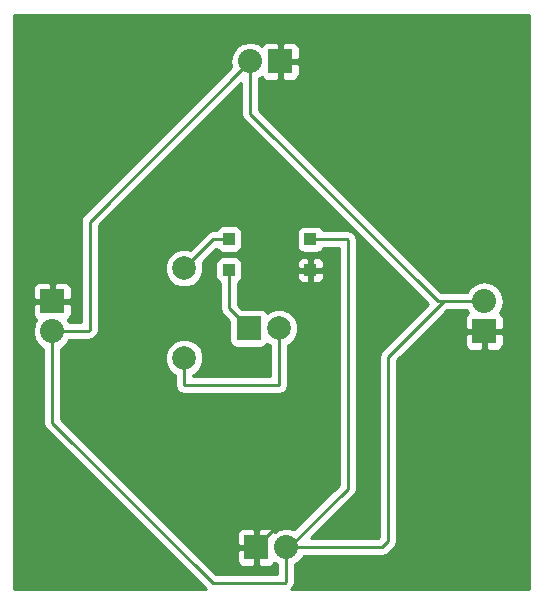
<source format=gbr>
G04 #@! TF.GenerationSoftware,KiCad,Pcbnew,no-vcs-found-7391~56~ubuntu16.04.1*
G04 #@! TF.CreationDate,2016-12-09T19:04:11+09:00*
G04 #@! TF.ProjectId,magnetic_led_cube,6D61676E657469635F6C65645F637562,rev?*
G04 #@! TF.FileFunction,Copper,L1,Top,Signal*
G04 #@! TF.FilePolarity,Positive*
%FSLAX46Y46*%
G04 Gerber Fmt 4.6, Leading zero omitted, Abs format (unit mm)*
G04 Created by KiCad (PCBNEW no-vcs-found-7391~56~ubuntu16.04.1) date Fri Dec  9 19:04:11 2016*
%MOMM*%
%LPD*%
G01*
G04 APERTURE LIST*
%ADD10C,0.100000*%
%ADD11C,1.998980*%
%ADD12C,2.000000*%
%ADD13R,2.000000X2.000000*%
%ADD14O,2.032000X2.032000*%
%ADD15R,2.032000X2.032000*%
%ADD16R,1.000000X1.000000*%
%ADD17C,0.250000*%
%ADD18C,0.254000*%
G04 APERTURE END LIST*
D10*
D11*
X100076000Y-94742000D03*
X100076000Y-87122000D03*
D12*
X108077000Y-92202000D03*
D13*
X105537000Y-92202000D03*
D14*
X125476000Y-89916000D03*
D15*
X125476000Y-92456000D03*
X106172000Y-110744000D03*
D14*
X108712000Y-110744000D03*
X88900000Y-92456000D03*
D15*
X88900000Y-89916000D03*
X108204000Y-69596000D03*
D14*
X105664000Y-69596000D03*
D16*
X103865000Y-84649000D03*
X103865000Y-87279000D03*
X110765000Y-84679000D03*
X110765000Y-87279000D03*
D17*
X100076000Y-94742000D02*
X100076000Y-97028000D01*
X108077000Y-97028000D02*
X108077000Y-92202000D01*
X100076000Y-97028000D02*
X108077000Y-97028000D01*
X103865000Y-87279000D02*
X103865000Y-90530000D01*
X103865000Y-90530000D02*
X105537000Y-92202000D01*
X88900000Y-92456000D02*
X91948000Y-92456000D01*
X92075000Y-83185000D02*
X105664000Y-69596000D01*
X92075000Y-92329000D02*
X92075000Y-83185000D01*
X91948000Y-92456000D02*
X92075000Y-92329000D01*
X108712000Y-110744000D02*
X108712000Y-113665000D01*
X88900000Y-100203000D02*
X88900000Y-92456000D01*
X102489000Y-113792000D02*
X88900000Y-100203000D01*
X108585000Y-113792000D02*
X102489000Y-113792000D01*
X108712000Y-113665000D02*
X108585000Y-113792000D01*
X125476000Y-89916000D02*
X122047000Y-89916000D01*
X116840000Y-110744000D02*
X108712000Y-110744000D01*
X117348000Y-110236000D02*
X116840000Y-110744000D01*
X117348000Y-94615000D02*
X117348000Y-110236000D01*
X122047000Y-89916000D02*
X117348000Y-94615000D01*
X105664000Y-69596000D02*
X105664000Y-74041000D01*
X105664000Y-74041000D02*
X121539000Y-89916000D01*
X121539000Y-89916000D02*
X125476000Y-89916000D01*
X108712000Y-110744000D02*
X108966000Y-110744000D01*
X108966000Y-110744000D02*
X113919000Y-105791000D01*
X113889000Y-84679000D02*
X110765000Y-84679000D01*
X113919000Y-84709000D02*
X113889000Y-84679000D01*
X113919000Y-105791000D02*
X113919000Y-84709000D01*
X125476000Y-89916000D02*
X125476000Y-89408000D01*
X110765000Y-87279000D02*
X110765000Y-106151000D01*
X110765000Y-106151000D02*
X106172000Y-110744000D01*
X103865000Y-84649000D02*
X102549000Y-84649000D01*
X102549000Y-84649000D02*
X100076000Y-87122000D01*
D18*
G36*
X129290000Y-114290000D02*
X109161802Y-114290000D01*
X109249401Y-114202401D01*
X109414148Y-113955839D01*
X109472000Y-113665000D01*
X109472000Y-112205283D01*
X109911778Y-111911433D01*
X110184016Y-111504000D01*
X116840000Y-111504000D01*
X117130839Y-111446148D01*
X117377401Y-111281401D01*
X117885401Y-110773401D01*
X117905046Y-110744000D01*
X118050148Y-110526839D01*
X118108000Y-110236000D01*
X118108000Y-94929802D01*
X120296052Y-92741750D01*
X123825000Y-92741750D01*
X123825000Y-93598309D01*
X123921673Y-93831698D01*
X124100301Y-94010327D01*
X124333690Y-94107000D01*
X125190250Y-94107000D01*
X125349000Y-93948250D01*
X125349000Y-92583000D01*
X125603000Y-92583000D01*
X125603000Y-93948250D01*
X125761750Y-94107000D01*
X126618310Y-94107000D01*
X126851699Y-94010327D01*
X127030327Y-93831698D01*
X127127000Y-93598309D01*
X127127000Y-92741750D01*
X126968250Y-92583000D01*
X125603000Y-92583000D01*
X125349000Y-92583000D01*
X123983750Y-92583000D01*
X123825000Y-92741750D01*
X120296052Y-92741750D01*
X122361802Y-90676000D01*
X124014717Y-90676000D01*
X124151372Y-90880519D01*
X124100301Y-90901673D01*
X123921673Y-91080302D01*
X123825000Y-91313691D01*
X123825000Y-92170250D01*
X123983750Y-92329000D01*
X125349000Y-92329000D01*
X125349000Y-92309000D01*
X125603000Y-92309000D01*
X125603000Y-92329000D01*
X126968250Y-92329000D01*
X127127000Y-92170250D01*
X127127000Y-91313691D01*
X127030327Y-91080302D01*
X126851699Y-90901673D01*
X126800628Y-90880519D01*
X127001325Y-90580155D01*
X127127000Y-89948345D01*
X127127000Y-89883655D01*
X127001325Y-89251845D01*
X126643433Y-88716222D01*
X126107810Y-88358330D01*
X125476000Y-88232655D01*
X124844190Y-88358330D01*
X124308567Y-88716222D01*
X124014717Y-89156000D01*
X121853802Y-89156000D01*
X106424000Y-73726198D01*
X106424000Y-71057283D01*
X106628519Y-70920628D01*
X106649673Y-70971699D01*
X106828302Y-71150327D01*
X107061691Y-71247000D01*
X107918250Y-71247000D01*
X108077000Y-71088250D01*
X108077000Y-69723000D01*
X108331000Y-69723000D01*
X108331000Y-71088250D01*
X108489750Y-71247000D01*
X109346309Y-71247000D01*
X109579698Y-71150327D01*
X109758327Y-70971699D01*
X109855000Y-70738310D01*
X109855000Y-69881750D01*
X109696250Y-69723000D01*
X108331000Y-69723000D01*
X108077000Y-69723000D01*
X108057000Y-69723000D01*
X108057000Y-69469000D01*
X108077000Y-69469000D01*
X108077000Y-68103750D01*
X108331000Y-68103750D01*
X108331000Y-69469000D01*
X109696250Y-69469000D01*
X109855000Y-69310250D01*
X109855000Y-68453690D01*
X109758327Y-68220301D01*
X109579698Y-68041673D01*
X109346309Y-67945000D01*
X108489750Y-67945000D01*
X108331000Y-68103750D01*
X108077000Y-68103750D01*
X107918250Y-67945000D01*
X107061691Y-67945000D01*
X106828302Y-68041673D01*
X106649673Y-68220301D01*
X106628519Y-68271372D01*
X106328155Y-68070675D01*
X105696345Y-67945000D01*
X105631655Y-67945000D01*
X104999845Y-68070675D01*
X104464222Y-68428567D01*
X104106330Y-68964190D01*
X103980655Y-69596000D01*
X104081619Y-70103579D01*
X91537599Y-82647599D01*
X91372852Y-82894161D01*
X91315000Y-83185000D01*
X91315000Y-91696000D01*
X90361283Y-91696000D01*
X90224628Y-91491481D01*
X90275699Y-91470327D01*
X90454327Y-91291698D01*
X90551000Y-91058309D01*
X90551000Y-90201750D01*
X90392250Y-90043000D01*
X89027000Y-90043000D01*
X89027000Y-90063000D01*
X88773000Y-90063000D01*
X88773000Y-90043000D01*
X87407750Y-90043000D01*
X87249000Y-90201750D01*
X87249000Y-91058309D01*
X87345673Y-91291698D01*
X87524301Y-91470327D01*
X87575372Y-91491481D01*
X87374675Y-91791845D01*
X87249000Y-92423655D01*
X87249000Y-92488345D01*
X87374675Y-93120155D01*
X87732567Y-93655778D01*
X88140000Y-93928016D01*
X88140000Y-100203000D01*
X88197852Y-100493839D01*
X88362599Y-100740401D01*
X101912198Y-114290000D01*
X85710000Y-114290000D01*
X85710000Y-88773691D01*
X87249000Y-88773691D01*
X87249000Y-89630250D01*
X87407750Y-89789000D01*
X88773000Y-89789000D01*
X88773000Y-88423750D01*
X89027000Y-88423750D01*
X89027000Y-89789000D01*
X90392250Y-89789000D01*
X90551000Y-89630250D01*
X90551000Y-88773691D01*
X90454327Y-88540302D01*
X90275699Y-88361673D01*
X90042310Y-88265000D01*
X89185750Y-88265000D01*
X89027000Y-88423750D01*
X88773000Y-88423750D01*
X88614250Y-88265000D01*
X87757690Y-88265000D01*
X87524301Y-88361673D01*
X87345673Y-88540302D01*
X87249000Y-88773691D01*
X85710000Y-88773691D01*
X85710000Y-65710000D01*
X129290000Y-65710000D01*
X129290000Y-114290000D01*
X129290000Y-114290000D01*
G37*
X129290000Y-114290000D02*
X109161802Y-114290000D01*
X109249401Y-114202401D01*
X109414148Y-113955839D01*
X109472000Y-113665000D01*
X109472000Y-112205283D01*
X109911778Y-111911433D01*
X110184016Y-111504000D01*
X116840000Y-111504000D01*
X117130839Y-111446148D01*
X117377401Y-111281401D01*
X117885401Y-110773401D01*
X117905046Y-110744000D01*
X118050148Y-110526839D01*
X118108000Y-110236000D01*
X118108000Y-94929802D01*
X120296052Y-92741750D01*
X123825000Y-92741750D01*
X123825000Y-93598309D01*
X123921673Y-93831698D01*
X124100301Y-94010327D01*
X124333690Y-94107000D01*
X125190250Y-94107000D01*
X125349000Y-93948250D01*
X125349000Y-92583000D01*
X125603000Y-92583000D01*
X125603000Y-93948250D01*
X125761750Y-94107000D01*
X126618310Y-94107000D01*
X126851699Y-94010327D01*
X127030327Y-93831698D01*
X127127000Y-93598309D01*
X127127000Y-92741750D01*
X126968250Y-92583000D01*
X125603000Y-92583000D01*
X125349000Y-92583000D01*
X123983750Y-92583000D01*
X123825000Y-92741750D01*
X120296052Y-92741750D01*
X122361802Y-90676000D01*
X124014717Y-90676000D01*
X124151372Y-90880519D01*
X124100301Y-90901673D01*
X123921673Y-91080302D01*
X123825000Y-91313691D01*
X123825000Y-92170250D01*
X123983750Y-92329000D01*
X125349000Y-92329000D01*
X125349000Y-92309000D01*
X125603000Y-92309000D01*
X125603000Y-92329000D01*
X126968250Y-92329000D01*
X127127000Y-92170250D01*
X127127000Y-91313691D01*
X127030327Y-91080302D01*
X126851699Y-90901673D01*
X126800628Y-90880519D01*
X127001325Y-90580155D01*
X127127000Y-89948345D01*
X127127000Y-89883655D01*
X127001325Y-89251845D01*
X126643433Y-88716222D01*
X126107810Y-88358330D01*
X125476000Y-88232655D01*
X124844190Y-88358330D01*
X124308567Y-88716222D01*
X124014717Y-89156000D01*
X121853802Y-89156000D01*
X106424000Y-73726198D01*
X106424000Y-71057283D01*
X106628519Y-70920628D01*
X106649673Y-70971699D01*
X106828302Y-71150327D01*
X107061691Y-71247000D01*
X107918250Y-71247000D01*
X108077000Y-71088250D01*
X108077000Y-69723000D01*
X108331000Y-69723000D01*
X108331000Y-71088250D01*
X108489750Y-71247000D01*
X109346309Y-71247000D01*
X109579698Y-71150327D01*
X109758327Y-70971699D01*
X109855000Y-70738310D01*
X109855000Y-69881750D01*
X109696250Y-69723000D01*
X108331000Y-69723000D01*
X108077000Y-69723000D01*
X108057000Y-69723000D01*
X108057000Y-69469000D01*
X108077000Y-69469000D01*
X108077000Y-68103750D01*
X108331000Y-68103750D01*
X108331000Y-69469000D01*
X109696250Y-69469000D01*
X109855000Y-69310250D01*
X109855000Y-68453690D01*
X109758327Y-68220301D01*
X109579698Y-68041673D01*
X109346309Y-67945000D01*
X108489750Y-67945000D01*
X108331000Y-68103750D01*
X108077000Y-68103750D01*
X107918250Y-67945000D01*
X107061691Y-67945000D01*
X106828302Y-68041673D01*
X106649673Y-68220301D01*
X106628519Y-68271372D01*
X106328155Y-68070675D01*
X105696345Y-67945000D01*
X105631655Y-67945000D01*
X104999845Y-68070675D01*
X104464222Y-68428567D01*
X104106330Y-68964190D01*
X103980655Y-69596000D01*
X104081619Y-70103579D01*
X91537599Y-82647599D01*
X91372852Y-82894161D01*
X91315000Y-83185000D01*
X91315000Y-91696000D01*
X90361283Y-91696000D01*
X90224628Y-91491481D01*
X90275699Y-91470327D01*
X90454327Y-91291698D01*
X90551000Y-91058309D01*
X90551000Y-90201750D01*
X90392250Y-90043000D01*
X89027000Y-90043000D01*
X89027000Y-90063000D01*
X88773000Y-90063000D01*
X88773000Y-90043000D01*
X87407750Y-90043000D01*
X87249000Y-90201750D01*
X87249000Y-91058309D01*
X87345673Y-91291698D01*
X87524301Y-91470327D01*
X87575372Y-91491481D01*
X87374675Y-91791845D01*
X87249000Y-92423655D01*
X87249000Y-92488345D01*
X87374675Y-93120155D01*
X87732567Y-93655778D01*
X88140000Y-93928016D01*
X88140000Y-100203000D01*
X88197852Y-100493839D01*
X88362599Y-100740401D01*
X101912198Y-114290000D01*
X85710000Y-114290000D01*
X85710000Y-88773691D01*
X87249000Y-88773691D01*
X87249000Y-89630250D01*
X87407750Y-89789000D01*
X88773000Y-89789000D01*
X88773000Y-88423750D01*
X89027000Y-88423750D01*
X89027000Y-89789000D01*
X90392250Y-89789000D01*
X90551000Y-89630250D01*
X90551000Y-88773691D01*
X90454327Y-88540302D01*
X90275699Y-88361673D01*
X90042310Y-88265000D01*
X89185750Y-88265000D01*
X89027000Y-88423750D01*
X88773000Y-88423750D01*
X88614250Y-88265000D01*
X87757690Y-88265000D01*
X87524301Y-88361673D01*
X87345673Y-88540302D01*
X87249000Y-88773691D01*
X85710000Y-88773691D01*
X85710000Y-65710000D01*
X129290000Y-65710000D01*
X129290000Y-114290000D01*
G36*
X104904000Y-74041000D02*
X104961852Y-74331839D01*
X105126599Y-74578401D01*
X120718198Y-90170000D01*
X116810599Y-94077599D01*
X116645852Y-94324161D01*
X116588000Y-94615000D01*
X116588000Y-109921198D01*
X116525198Y-109984000D01*
X110800802Y-109984000D01*
X114456401Y-106328401D01*
X114621148Y-106081839D01*
X114679000Y-105791000D01*
X114679000Y-84709000D01*
X114621148Y-84418161D01*
X114621148Y-84418160D01*
X114456401Y-84171599D01*
X114426401Y-84141599D01*
X114179839Y-83976852D01*
X113889000Y-83919000D01*
X111854982Y-83919000D01*
X111722809Y-83721191D01*
X111512765Y-83580843D01*
X111265000Y-83531560D01*
X110265000Y-83531560D01*
X110017235Y-83580843D01*
X109807191Y-83721191D01*
X109666843Y-83931235D01*
X109617560Y-84179000D01*
X109617560Y-85179000D01*
X109666843Y-85426765D01*
X109807191Y-85636809D01*
X110017235Y-85777157D01*
X110265000Y-85826440D01*
X111265000Y-85826440D01*
X111512765Y-85777157D01*
X111722809Y-85636809D01*
X111854982Y-85439000D01*
X113159000Y-85439000D01*
X113159000Y-105476198D01*
X109400354Y-109234844D01*
X109376155Y-109218675D01*
X108744345Y-109093000D01*
X108679655Y-109093000D01*
X108047845Y-109218675D01*
X107747481Y-109419372D01*
X107726327Y-109368301D01*
X107547698Y-109189673D01*
X107314309Y-109093000D01*
X106457750Y-109093000D01*
X106299000Y-109251750D01*
X106299000Y-110617000D01*
X106319000Y-110617000D01*
X106319000Y-110871000D01*
X106299000Y-110871000D01*
X106299000Y-112236250D01*
X106457750Y-112395000D01*
X107314309Y-112395000D01*
X107547698Y-112298327D01*
X107726327Y-112119699D01*
X107747481Y-112068628D01*
X107952000Y-112205283D01*
X107952000Y-113032000D01*
X102803802Y-113032000D01*
X100801552Y-111029750D01*
X104521000Y-111029750D01*
X104521000Y-111886310D01*
X104617673Y-112119699D01*
X104796302Y-112298327D01*
X105029691Y-112395000D01*
X105886250Y-112395000D01*
X106045000Y-112236250D01*
X106045000Y-110871000D01*
X104679750Y-110871000D01*
X104521000Y-111029750D01*
X100801552Y-111029750D01*
X99373492Y-109601690D01*
X104521000Y-109601690D01*
X104521000Y-110458250D01*
X104679750Y-110617000D01*
X106045000Y-110617000D01*
X106045000Y-109251750D01*
X105886250Y-109093000D01*
X105029691Y-109093000D01*
X104796302Y-109189673D01*
X104617673Y-109368301D01*
X104521000Y-109601690D01*
X99373492Y-109601690D01*
X89660000Y-99888198D01*
X89660000Y-95065694D01*
X98441226Y-95065694D01*
X98689538Y-95666655D01*
X99148927Y-96126846D01*
X99316000Y-96196221D01*
X99316000Y-97028000D01*
X99373852Y-97318839D01*
X99538599Y-97565401D01*
X99785161Y-97730148D01*
X100076000Y-97788000D01*
X108077000Y-97788000D01*
X108367839Y-97730148D01*
X108614401Y-97565401D01*
X108779148Y-97318839D01*
X108837000Y-97028000D01*
X108837000Y-93657047D01*
X109001943Y-93588894D01*
X109462278Y-93129363D01*
X109711716Y-92528648D01*
X109712284Y-91878205D01*
X109463894Y-91277057D01*
X109004363Y-90816722D01*
X108403648Y-90567284D01*
X107753205Y-90566716D01*
X107152057Y-90815106D01*
X107086153Y-90880895D01*
X106994809Y-90744191D01*
X106784765Y-90603843D01*
X106537000Y-90554560D01*
X104964362Y-90554560D01*
X104625000Y-90215198D01*
X104625000Y-88368982D01*
X104822809Y-88236809D01*
X104963157Y-88026765D01*
X105012440Y-87779000D01*
X105012440Y-87564750D01*
X109630000Y-87564750D01*
X109630000Y-87905309D01*
X109726673Y-88138698D01*
X109905301Y-88317327D01*
X110138690Y-88414000D01*
X110479250Y-88414000D01*
X110638000Y-88255250D01*
X110638000Y-87406000D01*
X110892000Y-87406000D01*
X110892000Y-88255250D01*
X111050750Y-88414000D01*
X111391310Y-88414000D01*
X111624699Y-88317327D01*
X111803327Y-88138698D01*
X111900000Y-87905309D01*
X111900000Y-87564750D01*
X111741250Y-87406000D01*
X110892000Y-87406000D01*
X110638000Y-87406000D01*
X109788750Y-87406000D01*
X109630000Y-87564750D01*
X105012440Y-87564750D01*
X105012440Y-86779000D01*
X104987316Y-86652691D01*
X109630000Y-86652691D01*
X109630000Y-86993250D01*
X109788750Y-87152000D01*
X110638000Y-87152000D01*
X110638000Y-86302750D01*
X110892000Y-86302750D01*
X110892000Y-87152000D01*
X111741250Y-87152000D01*
X111900000Y-86993250D01*
X111900000Y-86652691D01*
X111803327Y-86419302D01*
X111624699Y-86240673D01*
X111391310Y-86144000D01*
X111050750Y-86144000D01*
X110892000Y-86302750D01*
X110638000Y-86302750D01*
X110479250Y-86144000D01*
X110138690Y-86144000D01*
X109905301Y-86240673D01*
X109726673Y-86419302D01*
X109630000Y-86652691D01*
X104987316Y-86652691D01*
X104963157Y-86531235D01*
X104822809Y-86321191D01*
X104612765Y-86180843D01*
X104365000Y-86131560D01*
X103365000Y-86131560D01*
X103117235Y-86180843D01*
X102907191Y-86321191D01*
X102766843Y-86531235D01*
X102717560Y-86779000D01*
X102717560Y-87779000D01*
X102766843Y-88026765D01*
X102907191Y-88236809D01*
X103105000Y-88368982D01*
X103105000Y-90530000D01*
X103162852Y-90820839D01*
X103327599Y-91067401D01*
X103889560Y-91629362D01*
X103889560Y-93202000D01*
X103938843Y-93449765D01*
X104079191Y-93659809D01*
X104289235Y-93800157D01*
X104537000Y-93849440D01*
X106537000Y-93849440D01*
X106784765Y-93800157D01*
X106994809Y-93659809D01*
X107085921Y-93523451D01*
X107149637Y-93587278D01*
X107317000Y-93656773D01*
X107317000Y-96268000D01*
X100836000Y-96268000D01*
X100836000Y-96196496D01*
X101000655Y-96128462D01*
X101460846Y-95669073D01*
X101710206Y-95068547D01*
X101710774Y-94418306D01*
X101462462Y-93817345D01*
X101003073Y-93357154D01*
X100402547Y-93107794D01*
X99752306Y-93107226D01*
X99151345Y-93355538D01*
X98691154Y-93814927D01*
X98441794Y-94415453D01*
X98441226Y-95065694D01*
X89660000Y-95065694D01*
X89660000Y-93928016D01*
X90067433Y-93655778D01*
X90361283Y-93216000D01*
X91948000Y-93216000D01*
X92238839Y-93158148D01*
X92485401Y-92993401D01*
X92612401Y-92866401D01*
X92777148Y-92619839D01*
X92835000Y-92329000D01*
X92835000Y-87445694D01*
X98441226Y-87445694D01*
X98689538Y-88046655D01*
X99148927Y-88506846D01*
X99749453Y-88756206D01*
X100399694Y-88756774D01*
X101000655Y-88508462D01*
X101460846Y-88049073D01*
X101710206Y-87448547D01*
X101710774Y-86798306D01*
X101641691Y-86631111D01*
X102810580Y-85462222D01*
X102907191Y-85606809D01*
X103117235Y-85747157D01*
X103365000Y-85796440D01*
X104365000Y-85796440D01*
X104612765Y-85747157D01*
X104822809Y-85606809D01*
X104963157Y-85396765D01*
X105012440Y-85149000D01*
X105012440Y-84149000D01*
X104963157Y-83901235D01*
X104822809Y-83691191D01*
X104612765Y-83550843D01*
X104365000Y-83501560D01*
X103365000Y-83501560D01*
X103117235Y-83550843D01*
X102907191Y-83691191D01*
X102775018Y-83889000D01*
X102549000Y-83889000D01*
X102258161Y-83946852D01*
X102011599Y-84111599D01*
X100567083Y-85556115D01*
X100402547Y-85487794D01*
X99752306Y-85487226D01*
X99151345Y-85735538D01*
X98691154Y-86194927D01*
X98441794Y-86795453D01*
X98441226Y-87445694D01*
X92835000Y-87445694D01*
X92835000Y-83499802D01*
X104904000Y-71430802D01*
X104904000Y-74041000D01*
X104904000Y-74041000D01*
G37*
X104904000Y-74041000D02*
X104961852Y-74331839D01*
X105126599Y-74578401D01*
X120718198Y-90170000D01*
X116810599Y-94077599D01*
X116645852Y-94324161D01*
X116588000Y-94615000D01*
X116588000Y-109921198D01*
X116525198Y-109984000D01*
X110800802Y-109984000D01*
X114456401Y-106328401D01*
X114621148Y-106081839D01*
X114679000Y-105791000D01*
X114679000Y-84709000D01*
X114621148Y-84418161D01*
X114621148Y-84418160D01*
X114456401Y-84171599D01*
X114426401Y-84141599D01*
X114179839Y-83976852D01*
X113889000Y-83919000D01*
X111854982Y-83919000D01*
X111722809Y-83721191D01*
X111512765Y-83580843D01*
X111265000Y-83531560D01*
X110265000Y-83531560D01*
X110017235Y-83580843D01*
X109807191Y-83721191D01*
X109666843Y-83931235D01*
X109617560Y-84179000D01*
X109617560Y-85179000D01*
X109666843Y-85426765D01*
X109807191Y-85636809D01*
X110017235Y-85777157D01*
X110265000Y-85826440D01*
X111265000Y-85826440D01*
X111512765Y-85777157D01*
X111722809Y-85636809D01*
X111854982Y-85439000D01*
X113159000Y-85439000D01*
X113159000Y-105476198D01*
X109400354Y-109234844D01*
X109376155Y-109218675D01*
X108744345Y-109093000D01*
X108679655Y-109093000D01*
X108047845Y-109218675D01*
X107747481Y-109419372D01*
X107726327Y-109368301D01*
X107547698Y-109189673D01*
X107314309Y-109093000D01*
X106457750Y-109093000D01*
X106299000Y-109251750D01*
X106299000Y-110617000D01*
X106319000Y-110617000D01*
X106319000Y-110871000D01*
X106299000Y-110871000D01*
X106299000Y-112236250D01*
X106457750Y-112395000D01*
X107314309Y-112395000D01*
X107547698Y-112298327D01*
X107726327Y-112119699D01*
X107747481Y-112068628D01*
X107952000Y-112205283D01*
X107952000Y-113032000D01*
X102803802Y-113032000D01*
X100801552Y-111029750D01*
X104521000Y-111029750D01*
X104521000Y-111886310D01*
X104617673Y-112119699D01*
X104796302Y-112298327D01*
X105029691Y-112395000D01*
X105886250Y-112395000D01*
X106045000Y-112236250D01*
X106045000Y-110871000D01*
X104679750Y-110871000D01*
X104521000Y-111029750D01*
X100801552Y-111029750D01*
X99373492Y-109601690D01*
X104521000Y-109601690D01*
X104521000Y-110458250D01*
X104679750Y-110617000D01*
X106045000Y-110617000D01*
X106045000Y-109251750D01*
X105886250Y-109093000D01*
X105029691Y-109093000D01*
X104796302Y-109189673D01*
X104617673Y-109368301D01*
X104521000Y-109601690D01*
X99373492Y-109601690D01*
X89660000Y-99888198D01*
X89660000Y-95065694D01*
X98441226Y-95065694D01*
X98689538Y-95666655D01*
X99148927Y-96126846D01*
X99316000Y-96196221D01*
X99316000Y-97028000D01*
X99373852Y-97318839D01*
X99538599Y-97565401D01*
X99785161Y-97730148D01*
X100076000Y-97788000D01*
X108077000Y-97788000D01*
X108367839Y-97730148D01*
X108614401Y-97565401D01*
X108779148Y-97318839D01*
X108837000Y-97028000D01*
X108837000Y-93657047D01*
X109001943Y-93588894D01*
X109462278Y-93129363D01*
X109711716Y-92528648D01*
X109712284Y-91878205D01*
X109463894Y-91277057D01*
X109004363Y-90816722D01*
X108403648Y-90567284D01*
X107753205Y-90566716D01*
X107152057Y-90815106D01*
X107086153Y-90880895D01*
X106994809Y-90744191D01*
X106784765Y-90603843D01*
X106537000Y-90554560D01*
X104964362Y-90554560D01*
X104625000Y-90215198D01*
X104625000Y-88368982D01*
X104822809Y-88236809D01*
X104963157Y-88026765D01*
X105012440Y-87779000D01*
X105012440Y-87564750D01*
X109630000Y-87564750D01*
X109630000Y-87905309D01*
X109726673Y-88138698D01*
X109905301Y-88317327D01*
X110138690Y-88414000D01*
X110479250Y-88414000D01*
X110638000Y-88255250D01*
X110638000Y-87406000D01*
X110892000Y-87406000D01*
X110892000Y-88255250D01*
X111050750Y-88414000D01*
X111391310Y-88414000D01*
X111624699Y-88317327D01*
X111803327Y-88138698D01*
X111900000Y-87905309D01*
X111900000Y-87564750D01*
X111741250Y-87406000D01*
X110892000Y-87406000D01*
X110638000Y-87406000D01*
X109788750Y-87406000D01*
X109630000Y-87564750D01*
X105012440Y-87564750D01*
X105012440Y-86779000D01*
X104987316Y-86652691D01*
X109630000Y-86652691D01*
X109630000Y-86993250D01*
X109788750Y-87152000D01*
X110638000Y-87152000D01*
X110638000Y-86302750D01*
X110892000Y-86302750D01*
X110892000Y-87152000D01*
X111741250Y-87152000D01*
X111900000Y-86993250D01*
X111900000Y-86652691D01*
X111803327Y-86419302D01*
X111624699Y-86240673D01*
X111391310Y-86144000D01*
X111050750Y-86144000D01*
X110892000Y-86302750D01*
X110638000Y-86302750D01*
X110479250Y-86144000D01*
X110138690Y-86144000D01*
X109905301Y-86240673D01*
X109726673Y-86419302D01*
X109630000Y-86652691D01*
X104987316Y-86652691D01*
X104963157Y-86531235D01*
X104822809Y-86321191D01*
X104612765Y-86180843D01*
X104365000Y-86131560D01*
X103365000Y-86131560D01*
X103117235Y-86180843D01*
X102907191Y-86321191D01*
X102766843Y-86531235D01*
X102717560Y-86779000D01*
X102717560Y-87779000D01*
X102766843Y-88026765D01*
X102907191Y-88236809D01*
X103105000Y-88368982D01*
X103105000Y-90530000D01*
X103162852Y-90820839D01*
X103327599Y-91067401D01*
X103889560Y-91629362D01*
X103889560Y-93202000D01*
X103938843Y-93449765D01*
X104079191Y-93659809D01*
X104289235Y-93800157D01*
X104537000Y-93849440D01*
X106537000Y-93849440D01*
X106784765Y-93800157D01*
X106994809Y-93659809D01*
X107085921Y-93523451D01*
X107149637Y-93587278D01*
X107317000Y-93656773D01*
X107317000Y-96268000D01*
X100836000Y-96268000D01*
X100836000Y-96196496D01*
X101000655Y-96128462D01*
X101460846Y-95669073D01*
X101710206Y-95068547D01*
X101710774Y-94418306D01*
X101462462Y-93817345D01*
X101003073Y-93357154D01*
X100402547Y-93107794D01*
X99752306Y-93107226D01*
X99151345Y-93355538D01*
X98691154Y-93814927D01*
X98441794Y-94415453D01*
X98441226Y-95065694D01*
X89660000Y-95065694D01*
X89660000Y-93928016D01*
X90067433Y-93655778D01*
X90361283Y-93216000D01*
X91948000Y-93216000D01*
X92238839Y-93158148D01*
X92485401Y-92993401D01*
X92612401Y-92866401D01*
X92777148Y-92619839D01*
X92835000Y-92329000D01*
X92835000Y-87445694D01*
X98441226Y-87445694D01*
X98689538Y-88046655D01*
X99148927Y-88506846D01*
X99749453Y-88756206D01*
X100399694Y-88756774D01*
X101000655Y-88508462D01*
X101460846Y-88049073D01*
X101710206Y-87448547D01*
X101710774Y-86798306D01*
X101641691Y-86631111D01*
X102810580Y-85462222D01*
X102907191Y-85606809D01*
X103117235Y-85747157D01*
X103365000Y-85796440D01*
X104365000Y-85796440D01*
X104612765Y-85747157D01*
X104822809Y-85606809D01*
X104963157Y-85396765D01*
X105012440Y-85149000D01*
X105012440Y-84149000D01*
X104963157Y-83901235D01*
X104822809Y-83691191D01*
X104612765Y-83550843D01*
X104365000Y-83501560D01*
X103365000Y-83501560D01*
X103117235Y-83550843D01*
X102907191Y-83691191D01*
X102775018Y-83889000D01*
X102549000Y-83889000D01*
X102258161Y-83946852D01*
X102011599Y-84111599D01*
X100567083Y-85556115D01*
X100402547Y-85487794D01*
X99752306Y-85487226D01*
X99151345Y-85735538D01*
X98691154Y-86194927D01*
X98441794Y-86795453D01*
X98441226Y-87445694D01*
X92835000Y-87445694D01*
X92835000Y-83499802D01*
X104904000Y-71430802D01*
X104904000Y-74041000D01*
M02*

</source>
